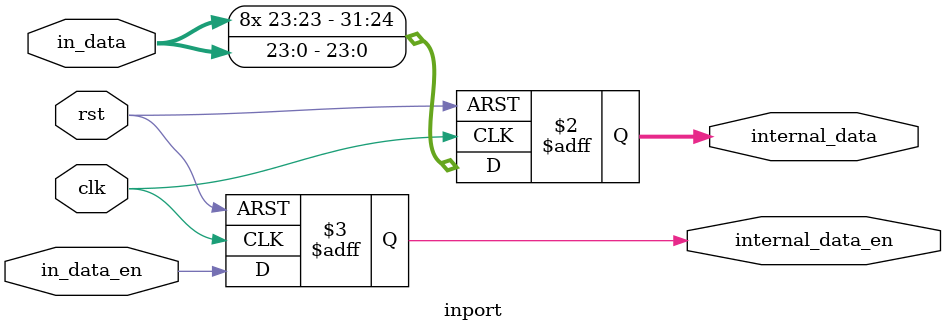
<source format=v>
module inport 
  #(parameter IN_MSB = 23,
    parameter MSB = 31)  // internal MSB used
   (
    input	       clk,
    input	       rst,
    input [IN_MSB:0]   in_data,
    input	       in_data_en,
    output reg [MSB:0] internal_data,
    output reg	       internal_data_en
    );

   localparam	       NUM_REMAINING_BITS = MSB + 1 - (IN_MSB + 1);

   always @(posedge rst or posedge clk) begin
      if(rst) begin
	 internal_data <= 0;
	 internal_data_en <= 0;
      end
      else begin
	 if (NUM_REMAINING_BITS > 0)
	   internal_data <= {{NUM_REMAINING_BITS{in_data[IN_MSB]}},in_data};
	 else
	   internal_data <= in_data;
	 internal_data_en <= in_data_en;
      end
   end	
endmodule // inport

</source>
